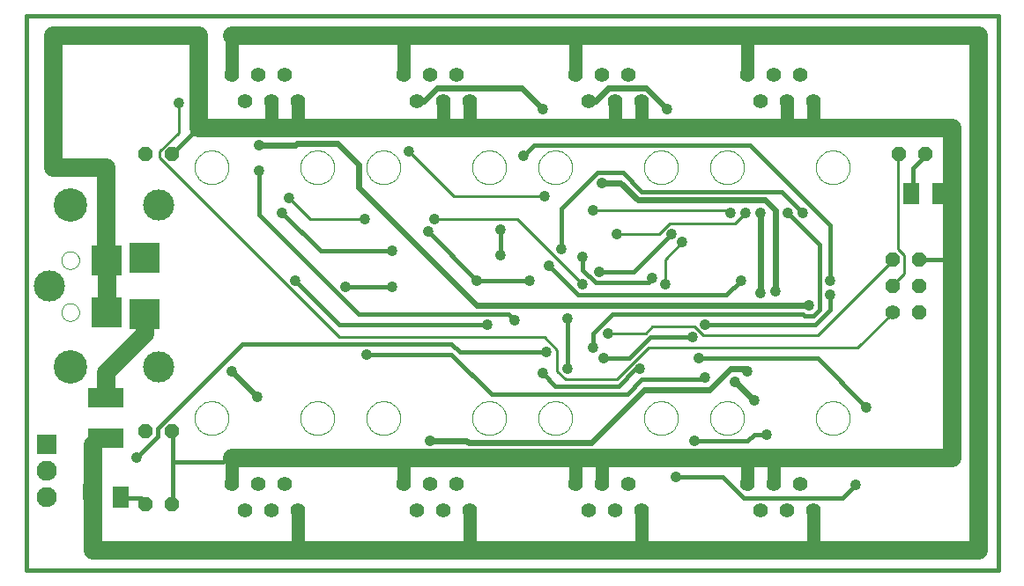
<source format=gtl>
G75*
G70*
%OFA0B0*%
%FSLAX24Y24*%
%IPPOS*%
%LPD*%
%AMOC8*
5,1,8,0,0,1.08239X$1,22.5*
%
%ADD10C,0.0160*%
%ADD11C,0.0560*%
%ADD12OC8,0.0560*%
%ADD13R,0.0760X0.0760*%
%ADD14C,0.0760*%
%ADD15C,0.0554*%
%ADD16C,0.0000*%
%ADD17C,0.1181*%
%ADD18C,0.1266*%
%ADD19R,0.1181X0.1181*%
%ADD20OC8,0.0520*%
%ADD21R,0.0630X0.0787*%
%ADD22R,0.1339X0.0748*%
%ADD23C,0.0700*%
%ADD24C,0.0500*%
%ADD25C,0.0180*%
%ADD26C,0.0408*%
%ADD27C,0.0100*%
%ADD28C,0.0240*%
D10*
X000550Y001235D02*
X037300Y001235D01*
X037300Y022235D01*
X000550Y022235D01*
X000550Y001235D01*
D11*
X033300Y010985D03*
D12*
X034300Y010985D03*
X034300Y011985D03*
X033300Y011985D03*
X033300Y012985D03*
X034300Y012985D03*
D13*
X001300Y005985D03*
D14*
X001300Y004985D03*
X001300Y003985D03*
D15*
X008300Y004485D03*
X009300Y004485D03*
X010300Y004485D03*
X009800Y003485D03*
X010800Y003485D03*
X008800Y003485D03*
X014800Y004485D03*
X015800Y004485D03*
X016800Y004485D03*
X016300Y003485D03*
X017300Y003485D03*
X015300Y003485D03*
X021300Y004485D03*
X022300Y004485D03*
X023300Y004485D03*
X022800Y003485D03*
X021800Y003485D03*
X023800Y003485D03*
X027800Y004485D03*
X028800Y004485D03*
X029800Y004485D03*
X029300Y003485D03*
X028300Y003485D03*
X030300Y003485D03*
X030300Y018985D03*
X029300Y018985D03*
X028300Y018985D03*
X027800Y019985D03*
X028800Y019985D03*
X029800Y019985D03*
X023800Y018985D03*
X022800Y018985D03*
X021800Y018985D03*
X021300Y019985D03*
X022300Y019985D03*
X023300Y019985D03*
X017300Y018985D03*
X016300Y018985D03*
X015300Y018985D03*
X014800Y019985D03*
X015800Y019985D03*
X016800Y019985D03*
X010800Y018985D03*
X009800Y018985D03*
X008800Y018985D03*
X008300Y019985D03*
X009300Y019985D03*
X010300Y019985D03*
D16*
X010910Y016485D02*
X010912Y016535D01*
X010918Y016585D01*
X010928Y016634D01*
X010941Y016683D01*
X010959Y016730D01*
X010980Y016776D01*
X011004Y016819D01*
X011032Y016861D01*
X011063Y016901D01*
X011097Y016938D01*
X011134Y016972D01*
X011174Y017003D01*
X011216Y017031D01*
X011259Y017055D01*
X011305Y017076D01*
X011352Y017094D01*
X011401Y017107D01*
X011450Y017117D01*
X011500Y017123D01*
X011550Y017125D01*
X011600Y017123D01*
X011650Y017117D01*
X011699Y017107D01*
X011748Y017094D01*
X011795Y017076D01*
X011841Y017055D01*
X011884Y017031D01*
X011926Y017003D01*
X011966Y016972D01*
X012003Y016938D01*
X012037Y016901D01*
X012068Y016861D01*
X012096Y016819D01*
X012120Y016776D01*
X012141Y016730D01*
X012159Y016683D01*
X012172Y016634D01*
X012182Y016585D01*
X012188Y016535D01*
X012190Y016485D01*
X012188Y016435D01*
X012182Y016385D01*
X012172Y016336D01*
X012159Y016287D01*
X012141Y016240D01*
X012120Y016194D01*
X012096Y016151D01*
X012068Y016109D01*
X012037Y016069D01*
X012003Y016032D01*
X011966Y015998D01*
X011926Y015967D01*
X011884Y015939D01*
X011841Y015915D01*
X011795Y015894D01*
X011748Y015876D01*
X011699Y015863D01*
X011650Y015853D01*
X011600Y015847D01*
X011550Y015845D01*
X011500Y015847D01*
X011450Y015853D01*
X011401Y015863D01*
X011352Y015876D01*
X011305Y015894D01*
X011259Y015915D01*
X011216Y015939D01*
X011174Y015967D01*
X011134Y015998D01*
X011097Y016032D01*
X011063Y016069D01*
X011032Y016109D01*
X011004Y016151D01*
X010980Y016194D01*
X010959Y016240D01*
X010941Y016287D01*
X010928Y016336D01*
X010918Y016385D01*
X010912Y016435D01*
X010910Y016485D01*
X006910Y016485D02*
X006912Y016535D01*
X006918Y016585D01*
X006928Y016634D01*
X006941Y016683D01*
X006959Y016730D01*
X006980Y016776D01*
X007004Y016819D01*
X007032Y016861D01*
X007063Y016901D01*
X007097Y016938D01*
X007134Y016972D01*
X007174Y017003D01*
X007216Y017031D01*
X007259Y017055D01*
X007305Y017076D01*
X007352Y017094D01*
X007401Y017107D01*
X007450Y017117D01*
X007500Y017123D01*
X007550Y017125D01*
X007600Y017123D01*
X007650Y017117D01*
X007699Y017107D01*
X007748Y017094D01*
X007795Y017076D01*
X007841Y017055D01*
X007884Y017031D01*
X007926Y017003D01*
X007966Y016972D01*
X008003Y016938D01*
X008037Y016901D01*
X008068Y016861D01*
X008096Y016819D01*
X008120Y016776D01*
X008141Y016730D01*
X008159Y016683D01*
X008172Y016634D01*
X008182Y016585D01*
X008188Y016535D01*
X008190Y016485D01*
X008188Y016435D01*
X008182Y016385D01*
X008172Y016336D01*
X008159Y016287D01*
X008141Y016240D01*
X008120Y016194D01*
X008096Y016151D01*
X008068Y016109D01*
X008037Y016069D01*
X008003Y016032D01*
X007966Y015998D01*
X007926Y015967D01*
X007884Y015939D01*
X007841Y015915D01*
X007795Y015894D01*
X007748Y015876D01*
X007699Y015863D01*
X007650Y015853D01*
X007600Y015847D01*
X007550Y015845D01*
X007500Y015847D01*
X007450Y015853D01*
X007401Y015863D01*
X007352Y015876D01*
X007305Y015894D01*
X007259Y015915D01*
X007216Y015939D01*
X007174Y015967D01*
X007134Y015998D01*
X007097Y016032D01*
X007063Y016069D01*
X007032Y016109D01*
X007004Y016151D01*
X006980Y016194D01*
X006959Y016240D01*
X006941Y016287D01*
X006928Y016336D01*
X006918Y016385D01*
X006912Y016435D01*
X006910Y016485D01*
X001869Y012969D02*
X001871Y013005D01*
X001877Y013041D01*
X001887Y013076D01*
X001900Y013110D01*
X001917Y013142D01*
X001937Y013172D01*
X001961Y013199D01*
X001987Y013224D01*
X002016Y013246D01*
X002047Y013265D01*
X002080Y013280D01*
X002114Y013292D01*
X002150Y013300D01*
X002186Y013304D01*
X002222Y013304D01*
X002258Y013300D01*
X002294Y013292D01*
X002328Y013280D01*
X002361Y013265D01*
X002392Y013246D01*
X002421Y013224D01*
X002447Y013199D01*
X002471Y013172D01*
X002491Y013142D01*
X002508Y013110D01*
X002521Y013076D01*
X002531Y013041D01*
X002537Y013005D01*
X002539Y012969D01*
X002537Y012933D01*
X002531Y012897D01*
X002521Y012862D01*
X002508Y012828D01*
X002491Y012796D01*
X002471Y012766D01*
X002447Y012739D01*
X002421Y012714D01*
X002392Y012692D01*
X002361Y012673D01*
X002328Y012658D01*
X002294Y012646D01*
X002258Y012638D01*
X002222Y012634D01*
X002186Y012634D01*
X002150Y012638D01*
X002114Y012646D01*
X002080Y012658D01*
X002047Y012673D01*
X002016Y012692D01*
X001987Y012714D01*
X001961Y012739D01*
X001937Y012766D01*
X001917Y012796D01*
X001900Y012828D01*
X001887Y012862D01*
X001877Y012897D01*
X001871Y012933D01*
X001869Y012969D01*
X001869Y011001D02*
X001871Y011037D01*
X001877Y011073D01*
X001887Y011108D01*
X001900Y011142D01*
X001917Y011174D01*
X001937Y011204D01*
X001961Y011231D01*
X001987Y011256D01*
X002016Y011278D01*
X002047Y011297D01*
X002080Y011312D01*
X002114Y011324D01*
X002150Y011332D01*
X002186Y011336D01*
X002222Y011336D01*
X002258Y011332D01*
X002294Y011324D01*
X002328Y011312D01*
X002361Y011297D01*
X002392Y011278D01*
X002421Y011256D01*
X002447Y011231D01*
X002471Y011204D01*
X002491Y011174D01*
X002508Y011142D01*
X002521Y011108D01*
X002531Y011073D01*
X002537Y011037D01*
X002539Y011001D01*
X002537Y010965D01*
X002531Y010929D01*
X002521Y010894D01*
X002508Y010860D01*
X002491Y010828D01*
X002471Y010798D01*
X002447Y010771D01*
X002421Y010746D01*
X002392Y010724D01*
X002361Y010705D01*
X002328Y010690D01*
X002294Y010678D01*
X002258Y010670D01*
X002222Y010666D01*
X002186Y010666D01*
X002150Y010670D01*
X002114Y010678D01*
X002080Y010690D01*
X002047Y010705D01*
X002016Y010724D01*
X001987Y010746D01*
X001961Y010771D01*
X001937Y010798D01*
X001917Y010828D01*
X001900Y010860D01*
X001887Y010894D01*
X001877Y010929D01*
X001871Y010965D01*
X001869Y011001D01*
X006910Y006985D02*
X006912Y007035D01*
X006918Y007085D01*
X006928Y007134D01*
X006941Y007183D01*
X006959Y007230D01*
X006980Y007276D01*
X007004Y007319D01*
X007032Y007361D01*
X007063Y007401D01*
X007097Y007438D01*
X007134Y007472D01*
X007174Y007503D01*
X007216Y007531D01*
X007259Y007555D01*
X007305Y007576D01*
X007352Y007594D01*
X007401Y007607D01*
X007450Y007617D01*
X007500Y007623D01*
X007550Y007625D01*
X007600Y007623D01*
X007650Y007617D01*
X007699Y007607D01*
X007748Y007594D01*
X007795Y007576D01*
X007841Y007555D01*
X007884Y007531D01*
X007926Y007503D01*
X007966Y007472D01*
X008003Y007438D01*
X008037Y007401D01*
X008068Y007361D01*
X008096Y007319D01*
X008120Y007276D01*
X008141Y007230D01*
X008159Y007183D01*
X008172Y007134D01*
X008182Y007085D01*
X008188Y007035D01*
X008190Y006985D01*
X008188Y006935D01*
X008182Y006885D01*
X008172Y006836D01*
X008159Y006787D01*
X008141Y006740D01*
X008120Y006694D01*
X008096Y006651D01*
X008068Y006609D01*
X008037Y006569D01*
X008003Y006532D01*
X007966Y006498D01*
X007926Y006467D01*
X007884Y006439D01*
X007841Y006415D01*
X007795Y006394D01*
X007748Y006376D01*
X007699Y006363D01*
X007650Y006353D01*
X007600Y006347D01*
X007550Y006345D01*
X007500Y006347D01*
X007450Y006353D01*
X007401Y006363D01*
X007352Y006376D01*
X007305Y006394D01*
X007259Y006415D01*
X007216Y006439D01*
X007174Y006467D01*
X007134Y006498D01*
X007097Y006532D01*
X007063Y006569D01*
X007032Y006609D01*
X007004Y006651D01*
X006980Y006694D01*
X006959Y006740D01*
X006941Y006787D01*
X006928Y006836D01*
X006918Y006885D01*
X006912Y006935D01*
X006910Y006985D01*
X010910Y006985D02*
X010912Y007035D01*
X010918Y007085D01*
X010928Y007134D01*
X010941Y007183D01*
X010959Y007230D01*
X010980Y007276D01*
X011004Y007319D01*
X011032Y007361D01*
X011063Y007401D01*
X011097Y007438D01*
X011134Y007472D01*
X011174Y007503D01*
X011216Y007531D01*
X011259Y007555D01*
X011305Y007576D01*
X011352Y007594D01*
X011401Y007607D01*
X011450Y007617D01*
X011500Y007623D01*
X011550Y007625D01*
X011600Y007623D01*
X011650Y007617D01*
X011699Y007607D01*
X011748Y007594D01*
X011795Y007576D01*
X011841Y007555D01*
X011884Y007531D01*
X011926Y007503D01*
X011966Y007472D01*
X012003Y007438D01*
X012037Y007401D01*
X012068Y007361D01*
X012096Y007319D01*
X012120Y007276D01*
X012141Y007230D01*
X012159Y007183D01*
X012172Y007134D01*
X012182Y007085D01*
X012188Y007035D01*
X012190Y006985D01*
X012188Y006935D01*
X012182Y006885D01*
X012172Y006836D01*
X012159Y006787D01*
X012141Y006740D01*
X012120Y006694D01*
X012096Y006651D01*
X012068Y006609D01*
X012037Y006569D01*
X012003Y006532D01*
X011966Y006498D01*
X011926Y006467D01*
X011884Y006439D01*
X011841Y006415D01*
X011795Y006394D01*
X011748Y006376D01*
X011699Y006363D01*
X011650Y006353D01*
X011600Y006347D01*
X011550Y006345D01*
X011500Y006347D01*
X011450Y006353D01*
X011401Y006363D01*
X011352Y006376D01*
X011305Y006394D01*
X011259Y006415D01*
X011216Y006439D01*
X011174Y006467D01*
X011134Y006498D01*
X011097Y006532D01*
X011063Y006569D01*
X011032Y006609D01*
X011004Y006651D01*
X010980Y006694D01*
X010959Y006740D01*
X010941Y006787D01*
X010928Y006836D01*
X010918Y006885D01*
X010912Y006935D01*
X010910Y006985D01*
X013410Y006985D02*
X013412Y007035D01*
X013418Y007085D01*
X013428Y007134D01*
X013441Y007183D01*
X013459Y007230D01*
X013480Y007276D01*
X013504Y007319D01*
X013532Y007361D01*
X013563Y007401D01*
X013597Y007438D01*
X013634Y007472D01*
X013674Y007503D01*
X013716Y007531D01*
X013759Y007555D01*
X013805Y007576D01*
X013852Y007594D01*
X013901Y007607D01*
X013950Y007617D01*
X014000Y007623D01*
X014050Y007625D01*
X014100Y007623D01*
X014150Y007617D01*
X014199Y007607D01*
X014248Y007594D01*
X014295Y007576D01*
X014341Y007555D01*
X014384Y007531D01*
X014426Y007503D01*
X014466Y007472D01*
X014503Y007438D01*
X014537Y007401D01*
X014568Y007361D01*
X014596Y007319D01*
X014620Y007276D01*
X014641Y007230D01*
X014659Y007183D01*
X014672Y007134D01*
X014682Y007085D01*
X014688Y007035D01*
X014690Y006985D01*
X014688Y006935D01*
X014682Y006885D01*
X014672Y006836D01*
X014659Y006787D01*
X014641Y006740D01*
X014620Y006694D01*
X014596Y006651D01*
X014568Y006609D01*
X014537Y006569D01*
X014503Y006532D01*
X014466Y006498D01*
X014426Y006467D01*
X014384Y006439D01*
X014341Y006415D01*
X014295Y006394D01*
X014248Y006376D01*
X014199Y006363D01*
X014150Y006353D01*
X014100Y006347D01*
X014050Y006345D01*
X014000Y006347D01*
X013950Y006353D01*
X013901Y006363D01*
X013852Y006376D01*
X013805Y006394D01*
X013759Y006415D01*
X013716Y006439D01*
X013674Y006467D01*
X013634Y006498D01*
X013597Y006532D01*
X013563Y006569D01*
X013532Y006609D01*
X013504Y006651D01*
X013480Y006694D01*
X013459Y006740D01*
X013441Y006787D01*
X013428Y006836D01*
X013418Y006885D01*
X013412Y006935D01*
X013410Y006985D01*
X017410Y006985D02*
X017412Y007035D01*
X017418Y007085D01*
X017428Y007134D01*
X017441Y007183D01*
X017459Y007230D01*
X017480Y007276D01*
X017504Y007319D01*
X017532Y007361D01*
X017563Y007401D01*
X017597Y007438D01*
X017634Y007472D01*
X017674Y007503D01*
X017716Y007531D01*
X017759Y007555D01*
X017805Y007576D01*
X017852Y007594D01*
X017901Y007607D01*
X017950Y007617D01*
X018000Y007623D01*
X018050Y007625D01*
X018100Y007623D01*
X018150Y007617D01*
X018199Y007607D01*
X018248Y007594D01*
X018295Y007576D01*
X018341Y007555D01*
X018384Y007531D01*
X018426Y007503D01*
X018466Y007472D01*
X018503Y007438D01*
X018537Y007401D01*
X018568Y007361D01*
X018596Y007319D01*
X018620Y007276D01*
X018641Y007230D01*
X018659Y007183D01*
X018672Y007134D01*
X018682Y007085D01*
X018688Y007035D01*
X018690Y006985D01*
X018688Y006935D01*
X018682Y006885D01*
X018672Y006836D01*
X018659Y006787D01*
X018641Y006740D01*
X018620Y006694D01*
X018596Y006651D01*
X018568Y006609D01*
X018537Y006569D01*
X018503Y006532D01*
X018466Y006498D01*
X018426Y006467D01*
X018384Y006439D01*
X018341Y006415D01*
X018295Y006394D01*
X018248Y006376D01*
X018199Y006363D01*
X018150Y006353D01*
X018100Y006347D01*
X018050Y006345D01*
X018000Y006347D01*
X017950Y006353D01*
X017901Y006363D01*
X017852Y006376D01*
X017805Y006394D01*
X017759Y006415D01*
X017716Y006439D01*
X017674Y006467D01*
X017634Y006498D01*
X017597Y006532D01*
X017563Y006569D01*
X017532Y006609D01*
X017504Y006651D01*
X017480Y006694D01*
X017459Y006740D01*
X017441Y006787D01*
X017428Y006836D01*
X017418Y006885D01*
X017412Y006935D01*
X017410Y006985D01*
X019910Y006985D02*
X019912Y007035D01*
X019918Y007085D01*
X019928Y007134D01*
X019941Y007183D01*
X019959Y007230D01*
X019980Y007276D01*
X020004Y007319D01*
X020032Y007361D01*
X020063Y007401D01*
X020097Y007438D01*
X020134Y007472D01*
X020174Y007503D01*
X020216Y007531D01*
X020259Y007555D01*
X020305Y007576D01*
X020352Y007594D01*
X020401Y007607D01*
X020450Y007617D01*
X020500Y007623D01*
X020550Y007625D01*
X020600Y007623D01*
X020650Y007617D01*
X020699Y007607D01*
X020748Y007594D01*
X020795Y007576D01*
X020841Y007555D01*
X020884Y007531D01*
X020926Y007503D01*
X020966Y007472D01*
X021003Y007438D01*
X021037Y007401D01*
X021068Y007361D01*
X021096Y007319D01*
X021120Y007276D01*
X021141Y007230D01*
X021159Y007183D01*
X021172Y007134D01*
X021182Y007085D01*
X021188Y007035D01*
X021190Y006985D01*
X021188Y006935D01*
X021182Y006885D01*
X021172Y006836D01*
X021159Y006787D01*
X021141Y006740D01*
X021120Y006694D01*
X021096Y006651D01*
X021068Y006609D01*
X021037Y006569D01*
X021003Y006532D01*
X020966Y006498D01*
X020926Y006467D01*
X020884Y006439D01*
X020841Y006415D01*
X020795Y006394D01*
X020748Y006376D01*
X020699Y006363D01*
X020650Y006353D01*
X020600Y006347D01*
X020550Y006345D01*
X020500Y006347D01*
X020450Y006353D01*
X020401Y006363D01*
X020352Y006376D01*
X020305Y006394D01*
X020259Y006415D01*
X020216Y006439D01*
X020174Y006467D01*
X020134Y006498D01*
X020097Y006532D01*
X020063Y006569D01*
X020032Y006609D01*
X020004Y006651D01*
X019980Y006694D01*
X019959Y006740D01*
X019941Y006787D01*
X019928Y006836D01*
X019918Y006885D01*
X019912Y006935D01*
X019910Y006985D01*
X023910Y006985D02*
X023912Y007035D01*
X023918Y007085D01*
X023928Y007134D01*
X023941Y007183D01*
X023959Y007230D01*
X023980Y007276D01*
X024004Y007319D01*
X024032Y007361D01*
X024063Y007401D01*
X024097Y007438D01*
X024134Y007472D01*
X024174Y007503D01*
X024216Y007531D01*
X024259Y007555D01*
X024305Y007576D01*
X024352Y007594D01*
X024401Y007607D01*
X024450Y007617D01*
X024500Y007623D01*
X024550Y007625D01*
X024600Y007623D01*
X024650Y007617D01*
X024699Y007607D01*
X024748Y007594D01*
X024795Y007576D01*
X024841Y007555D01*
X024884Y007531D01*
X024926Y007503D01*
X024966Y007472D01*
X025003Y007438D01*
X025037Y007401D01*
X025068Y007361D01*
X025096Y007319D01*
X025120Y007276D01*
X025141Y007230D01*
X025159Y007183D01*
X025172Y007134D01*
X025182Y007085D01*
X025188Y007035D01*
X025190Y006985D01*
X025188Y006935D01*
X025182Y006885D01*
X025172Y006836D01*
X025159Y006787D01*
X025141Y006740D01*
X025120Y006694D01*
X025096Y006651D01*
X025068Y006609D01*
X025037Y006569D01*
X025003Y006532D01*
X024966Y006498D01*
X024926Y006467D01*
X024884Y006439D01*
X024841Y006415D01*
X024795Y006394D01*
X024748Y006376D01*
X024699Y006363D01*
X024650Y006353D01*
X024600Y006347D01*
X024550Y006345D01*
X024500Y006347D01*
X024450Y006353D01*
X024401Y006363D01*
X024352Y006376D01*
X024305Y006394D01*
X024259Y006415D01*
X024216Y006439D01*
X024174Y006467D01*
X024134Y006498D01*
X024097Y006532D01*
X024063Y006569D01*
X024032Y006609D01*
X024004Y006651D01*
X023980Y006694D01*
X023959Y006740D01*
X023941Y006787D01*
X023928Y006836D01*
X023918Y006885D01*
X023912Y006935D01*
X023910Y006985D01*
X026410Y006985D02*
X026412Y007035D01*
X026418Y007085D01*
X026428Y007134D01*
X026441Y007183D01*
X026459Y007230D01*
X026480Y007276D01*
X026504Y007319D01*
X026532Y007361D01*
X026563Y007401D01*
X026597Y007438D01*
X026634Y007472D01*
X026674Y007503D01*
X026716Y007531D01*
X026759Y007555D01*
X026805Y007576D01*
X026852Y007594D01*
X026901Y007607D01*
X026950Y007617D01*
X027000Y007623D01*
X027050Y007625D01*
X027100Y007623D01*
X027150Y007617D01*
X027199Y007607D01*
X027248Y007594D01*
X027295Y007576D01*
X027341Y007555D01*
X027384Y007531D01*
X027426Y007503D01*
X027466Y007472D01*
X027503Y007438D01*
X027537Y007401D01*
X027568Y007361D01*
X027596Y007319D01*
X027620Y007276D01*
X027641Y007230D01*
X027659Y007183D01*
X027672Y007134D01*
X027682Y007085D01*
X027688Y007035D01*
X027690Y006985D01*
X027688Y006935D01*
X027682Y006885D01*
X027672Y006836D01*
X027659Y006787D01*
X027641Y006740D01*
X027620Y006694D01*
X027596Y006651D01*
X027568Y006609D01*
X027537Y006569D01*
X027503Y006532D01*
X027466Y006498D01*
X027426Y006467D01*
X027384Y006439D01*
X027341Y006415D01*
X027295Y006394D01*
X027248Y006376D01*
X027199Y006363D01*
X027150Y006353D01*
X027100Y006347D01*
X027050Y006345D01*
X027000Y006347D01*
X026950Y006353D01*
X026901Y006363D01*
X026852Y006376D01*
X026805Y006394D01*
X026759Y006415D01*
X026716Y006439D01*
X026674Y006467D01*
X026634Y006498D01*
X026597Y006532D01*
X026563Y006569D01*
X026532Y006609D01*
X026504Y006651D01*
X026480Y006694D01*
X026459Y006740D01*
X026441Y006787D01*
X026428Y006836D01*
X026418Y006885D01*
X026412Y006935D01*
X026410Y006985D01*
X030410Y006985D02*
X030412Y007035D01*
X030418Y007085D01*
X030428Y007134D01*
X030441Y007183D01*
X030459Y007230D01*
X030480Y007276D01*
X030504Y007319D01*
X030532Y007361D01*
X030563Y007401D01*
X030597Y007438D01*
X030634Y007472D01*
X030674Y007503D01*
X030716Y007531D01*
X030759Y007555D01*
X030805Y007576D01*
X030852Y007594D01*
X030901Y007607D01*
X030950Y007617D01*
X031000Y007623D01*
X031050Y007625D01*
X031100Y007623D01*
X031150Y007617D01*
X031199Y007607D01*
X031248Y007594D01*
X031295Y007576D01*
X031341Y007555D01*
X031384Y007531D01*
X031426Y007503D01*
X031466Y007472D01*
X031503Y007438D01*
X031537Y007401D01*
X031568Y007361D01*
X031596Y007319D01*
X031620Y007276D01*
X031641Y007230D01*
X031659Y007183D01*
X031672Y007134D01*
X031682Y007085D01*
X031688Y007035D01*
X031690Y006985D01*
X031688Y006935D01*
X031682Y006885D01*
X031672Y006836D01*
X031659Y006787D01*
X031641Y006740D01*
X031620Y006694D01*
X031596Y006651D01*
X031568Y006609D01*
X031537Y006569D01*
X031503Y006532D01*
X031466Y006498D01*
X031426Y006467D01*
X031384Y006439D01*
X031341Y006415D01*
X031295Y006394D01*
X031248Y006376D01*
X031199Y006363D01*
X031150Y006353D01*
X031100Y006347D01*
X031050Y006345D01*
X031000Y006347D01*
X030950Y006353D01*
X030901Y006363D01*
X030852Y006376D01*
X030805Y006394D01*
X030759Y006415D01*
X030716Y006439D01*
X030674Y006467D01*
X030634Y006498D01*
X030597Y006532D01*
X030563Y006569D01*
X030532Y006609D01*
X030504Y006651D01*
X030480Y006694D01*
X030459Y006740D01*
X030441Y006787D01*
X030428Y006836D01*
X030418Y006885D01*
X030412Y006935D01*
X030410Y006985D01*
X030410Y016485D02*
X030412Y016535D01*
X030418Y016585D01*
X030428Y016634D01*
X030441Y016683D01*
X030459Y016730D01*
X030480Y016776D01*
X030504Y016819D01*
X030532Y016861D01*
X030563Y016901D01*
X030597Y016938D01*
X030634Y016972D01*
X030674Y017003D01*
X030716Y017031D01*
X030759Y017055D01*
X030805Y017076D01*
X030852Y017094D01*
X030901Y017107D01*
X030950Y017117D01*
X031000Y017123D01*
X031050Y017125D01*
X031100Y017123D01*
X031150Y017117D01*
X031199Y017107D01*
X031248Y017094D01*
X031295Y017076D01*
X031341Y017055D01*
X031384Y017031D01*
X031426Y017003D01*
X031466Y016972D01*
X031503Y016938D01*
X031537Y016901D01*
X031568Y016861D01*
X031596Y016819D01*
X031620Y016776D01*
X031641Y016730D01*
X031659Y016683D01*
X031672Y016634D01*
X031682Y016585D01*
X031688Y016535D01*
X031690Y016485D01*
X031688Y016435D01*
X031682Y016385D01*
X031672Y016336D01*
X031659Y016287D01*
X031641Y016240D01*
X031620Y016194D01*
X031596Y016151D01*
X031568Y016109D01*
X031537Y016069D01*
X031503Y016032D01*
X031466Y015998D01*
X031426Y015967D01*
X031384Y015939D01*
X031341Y015915D01*
X031295Y015894D01*
X031248Y015876D01*
X031199Y015863D01*
X031150Y015853D01*
X031100Y015847D01*
X031050Y015845D01*
X031000Y015847D01*
X030950Y015853D01*
X030901Y015863D01*
X030852Y015876D01*
X030805Y015894D01*
X030759Y015915D01*
X030716Y015939D01*
X030674Y015967D01*
X030634Y015998D01*
X030597Y016032D01*
X030563Y016069D01*
X030532Y016109D01*
X030504Y016151D01*
X030480Y016194D01*
X030459Y016240D01*
X030441Y016287D01*
X030428Y016336D01*
X030418Y016385D01*
X030412Y016435D01*
X030410Y016485D01*
X026410Y016485D02*
X026412Y016535D01*
X026418Y016585D01*
X026428Y016634D01*
X026441Y016683D01*
X026459Y016730D01*
X026480Y016776D01*
X026504Y016819D01*
X026532Y016861D01*
X026563Y016901D01*
X026597Y016938D01*
X026634Y016972D01*
X026674Y017003D01*
X026716Y017031D01*
X026759Y017055D01*
X026805Y017076D01*
X026852Y017094D01*
X026901Y017107D01*
X026950Y017117D01*
X027000Y017123D01*
X027050Y017125D01*
X027100Y017123D01*
X027150Y017117D01*
X027199Y017107D01*
X027248Y017094D01*
X027295Y017076D01*
X027341Y017055D01*
X027384Y017031D01*
X027426Y017003D01*
X027466Y016972D01*
X027503Y016938D01*
X027537Y016901D01*
X027568Y016861D01*
X027596Y016819D01*
X027620Y016776D01*
X027641Y016730D01*
X027659Y016683D01*
X027672Y016634D01*
X027682Y016585D01*
X027688Y016535D01*
X027690Y016485D01*
X027688Y016435D01*
X027682Y016385D01*
X027672Y016336D01*
X027659Y016287D01*
X027641Y016240D01*
X027620Y016194D01*
X027596Y016151D01*
X027568Y016109D01*
X027537Y016069D01*
X027503Y016032D01*
X027466Y015998D01*
X027426Y015967D01*
X027384Y015939D01*
X027341Y015915D01*
X027295Y015894D01*
X027248Y015876D01*
X027199Y015863D01*
X027150Y015853D01*
X027100Y015847D01*
X027050Y015845D01*
X027000Y015847D01*
X026950Y015853D01*
X026901Y015863D01*
X026852Y015876D01*
X026805Y015894D01*
X026759Y015915D01*
X026716Y015939D01*
X026674Y015967D01*
X026634Y015998D01*
X026597Y016032D01*
X026563Y016069D01*
X026532Y016109D01*
X026504Y016151D01*
X026480Y016194D01*
X026459Y016240D01*
X026441Y016287D01*
X026428Y016336D01*
X026418Y016385D01*
X026412Y016435D01*
X026410Y016485D01*
X023910Y016485D02*
X023912Y016535D01*
X023918Y016585D01*
X023928Y016634D01*
X023941Y016683D01*
X023959Y016730D01*
X023980Y016776D01*
X024004Y016819D01*
X024032Y016861D01*
X024063Y016901D01*
X024097Y016938D01*
X024134Y016972D01*
X024174Y017003D01*
X024216Y017031D01*
X024259Y017055D01*
X024305Y017076D01*
X024352Y017094D01*
X024401Y017107D01*
X024450Y017117D01*
X024500Y017123D01*
X024550Y017125D01*
X024600Y017123D01*
X024650Y017117D01*
X024699Y017107D01*
X024748Y017094D01*
X024795Y017076D01*
X024841Y017055D01*
X024884Y017031D01*
X024926Y017003D01*
X024966Y016972D01*
X025003Y016938D01*
X025037Y016901D01*
X025068Y016861D01*
X025096Y016819D01*
X025120Y016776D01*
X025141Y016730D01*
X025159Y016683D01*
X025172Y016634D01*
X025182Y016585D01*
X025188Y016535D01*
X025190Y016485D01*
X025188Y016435D01*
X025182Y016385D01*
X025172Y016336D01*
X025159Y016287D01*
X025141Y016240D01*
X025120Y016194D01*
X025096Y016151D01*
X025068Y016109D01*
X025037Y016069D01*
X025003Y016032D01*
X024966Y015998D01*
X024926Y015967D01*
X024884Y015939D01*
X024841Y015915D01*
X024795Y015894D01*
X024748Y015876D01*
X024699Y015863D01*
X024650Y015853D01*
X024600Y015847D01*
X024550Y015845D01*
X024500Y015847D01*
X024450Y015853D01*
X024401Y015863D01*
X024352Y015876D01*
X024305Y015894D01*
X024259Y015915D01*
X024216Y015939D01*
X024174Y015967D01*
X024134Y015998D01*
X024097Y016032D01*
X024063Y016069D01*
X024032Y016109D01*
X024004Y016151D01*
X023980Y016194D01*
X023959Y016240D01*
X023941Y016287D01*
X023928Y016336D01*
X023918Y016385D01*
X023912Y016435D01*
X023910Y016485D01*
X019910Y016485D02*
X019912Y016535D01*
X019918Y016585D01*
X019928Y016634D01*
X019941Y016683D01*
X019959Y016730D01*
X019980Y016776D01*
X020004Y016819D01*
X020032Y016861D01*
X020063Y016901D01*
X020097Y016938D01*
X020134Y016972D01*
X020174Y017003D01*
X020216Y017031D01*
X020259Y017055D01*
X020305Y017076D01*
X020352Y017094D01*
X020401Y017107D01*
X020450Y017117D01*
X020500Y017123D01*
X020550Y017125D01*
X020600Y017123D01*
X020650Y017117D01*
X020699Y017107D01*
X020748Y017094D01*
X020795Y017076D01*
X020841Y017055D01*
X020884Y017031D01*
X020926Y017003D01*
X020966Y016972D01*
X021003Y016938D01*
X021037Y016901D01*
X021068Y016861D01*
X021096Y016819D01*
X021120Y016776D01*
X021141Y016730D01*
X021159Y016683D01*
X021172Y016634D01*
X021182Y016585D01*
X021188Y016535D01*
X021190Y016485D01*
X021188Y016435D01*
X021182Y016385D01*
X021172Y016336D01*
X021159Y016287D01*
X021141Y016240D01*
X021120Y016194D01*
X021096Y016151D01*
X021068Y016109D01*
X021037Y016069D01*
X021003Y016032D01*
X020966Y015998D01*
X020926Y015967D01*
X020884Y015939D01*
X020841Y015915D01*
X020795Y015894D01*
X020748Y015876D01*
X020699Y015863D01*
X020650Y015853D01*
X020600Y015847D01*
X020550Y015845D01*
X020500Y015847D01*
X020450Y015853D01*
X020401Y015863D01*
X020352Y015876D01*
X020305Y015894D01*
X020259Y015915D01*
X020216Y015939D01*
X020174Y015967D01*
X020134Y015998D01*
X020097Y016032D01*
X020063Y016069D01*
X020032Y016109D01*
X020004Y016151D01*
X019980Y016194D01*
X019959Y016240D01*
X019941Y016287D01*
X019928Y016336D01*
X019918Y016385D01*
X019912Y016435D01*
X019910Y016485D01*
X017410Y016485D02*
X017412Y016535D01*
X017418Y016585D01*
X017428Y016634D01*
X017441Y016683D01*
X017459Y016730D01*
X017480Y016776D01*
X017504Y016819D01*
X017532Y016861D01*
X017563Y016901D01*
X017597Y016938D01*
X017634Y016972D01*
X017674Y017003D01*
X017716Y017031D01*
X017759Y017055D01*
X017805Y017076D01*
X017852Y017094D01*
X017901Y017107D01*
X017950Y017117D01*
X018000Y017123D01*
X018050Y017125D01*
X018100Y017123D01*
X018150Y017117D01*
X018199Y017107D01*
X018248Y017094D01*
X018295Y017076D01*
X018341Y017055D01*
X018384Y017031D01*
X018426Y017003D01*
X018466Y016972D01*
X018503Y016938D01*
X018537Y016901D01*
X018568Y016861D01*
X018596Y016819D01*
X018620Y016776D01*
X018641Y016730D01*
X018659Y016683D01*
X018672Y016634D01*
X018682Y016585D01*
X018688Y016535D01*
X018690Y016485D01*
X018688Y016435D01*
X018682Y016385D01*
X018672Y016336D01*
X018659Y016287D01*
X018641Y016240D01*
X018620Y016194D01*
X018596Y016151D01*
X018568Y016109D01*
X018537Y016069D01*
X018503Y016032D01*
X018466Y015998D01*
X018426Y015967D01*
X018384Y015939D01*
X018341Y015915D01*
X018295Y015894D01*
X018248Y015876D01*
X018199Y015863D01*
X018150Y015853D01*
X018100Y015847D01*
X018050Y015845D01*
X018000Y015847D01*
X017950Y015853D01*
X017901Y015863D01*
X017852Y015876D01*
X017805Y015894D01*
X017759Y015915D01*
X017716Y015939D01*
X017674Y015967D01*
X017634Y015998D01*
X017597Y016032D01*
X017563Y016069D01*
X017532Y016109D01*
X017504Y016151D01*
X017480Y016194D01*
X017459Y016240D01*
X017441Y016287D01*
X017428Y016336D01*
X017418Y016385D01*
X017412Y016435D01*
X017410Y016485D01*
X013410Y016485D02*
X013412Y016535D01*
X013418Y016585D01*
X013428Y016634D01*
X013441Y016683D01*
X013459Y016730D01*
X013480Y016776D01*
X013504Y016819D01*
X013532Y016861D01*
X013563Y016901D01*
X013597Y016938D01*
X013634Y016972D01*
X013674Y017003D01*
X013716Y017031D01*
X013759Y017055D01*
X013805Y017076D01*
X013852Y017094D01*
X013901Y017107D01*
X013950Y017117D01*
X014000Y017123D01*
X014050Y017125D01*
X014100Y017123D01*
X014150Y017117D01*
X014199Y017107D01*
X014248Y017094D01*
X014295Y017076D01*
X014341Y017055D01*
X014384Y017031D01*
X014426Y017003D01*
X014466Y016972D01*
X014503Y016938D01*
X014537Y016901D01*
X014568Y016861D01*
X014596Y016819D01*
X014620Y016776D01*
X014641Y016730D01*
X014659Y016683D01*
X014672Y016634D01*
X014682Y016585D01*
X014688Y016535D01*
X014690Y016485D01*
X014688Y016435D01*
X014682Y016385D01*
X014672Y016336D01*
X014659Y016287D01*
X014641Y016240D01*
X014620Y016194D01*
X014596Y016151D01*
X014568Y016109D01*
X014537Y016069D01*
X014503Y016032D01*
X014466Y015998D01*
X014426Y015967D01*
X014384Y015939D01*
X014341Y015915D01*
X014295Y015894D01*
X014248Y015876D01*
X014199Y015863D01*
X014150Y015853D01*
X014100Y015847D01*
X014050Y015845D01*
X014000Y015847D01*
X013950Y015853D01*
X013901Y015863D01*
X013852Y015876D01*
X013805Y015894D01*
X013759Y015915D01*
X013716Y015939D01*
X013674Y015967D01*
X013634Y015998D01*
X013597Y016032D01*
X013563Y016069D01*
X013532Y016109D01*
X013504Y016151D01*
X013480Y016194D01*
X013459Y016240D01*
X013441Y016287D01*
X013428Y016336D01*
X013418Y016385D01*
X013412Y016435D01*
X013410Y016485D01*
D17*
X005550Y015056D03*
X001416Y011985D03*
X005550Y008914D03*
D18*
X002204Y008914D03*
X002204Y015056D03*
D19*
X005019Y013048D03*
X003581Y012969D03*
X003581Y011001D03*
X005019Y010922D03*
D20*
X005050Y006485D03*
X006050Y006485D03*
X006050Y003735D03*
X005050Y003735D03*
X005050Y016985D03*
X006050Y016985D03*
X033550Y016985D03*
X034550Y016985D03*
D21*
X033999Y015485D03*
X035101Y015485D03*
X004101Y003985D03*
X002999Y003985D03*
D22*
X003550Y006217D03*
X003550Y007753D03*
D23*
X003550Y008735D01*
X005019Y010204D01*
X005019Y010922D01*
X003581Y011001D02*
X003581Y012969D01*
X003550Y012969D02*
X003550Y016485D01*
X001550Y016485D01*
X001550Y021485D01*
X007050Y021485D01*
X007050Y017985D01*
X009800Y017985D01*
X010800Y017985D01*
X016300Y017985D01*
X017300Y017985D01*
X022800Y017985D01*
X023800Y017985D01*
X029300Y017985D01*
X030300Y017985D01*
X035550Y017985D01*
X035550Y015485D01*
X035550Y013005D01*
X035550Y005485D01*
X028800Y005485D01*
X027800Y005485D01*
X022300Y005485D01*
X021300Y005485D01*
X014800Y005485D01*
X008300Y005485D01*
X003550Y006217D02*
X003282Y006217D01*
X003050Y005985D01*
X003050Y005036D01*
X002999Y003985D01*
X003050Y004934D01*
X003050Y001985D01*
X010800Y001985D01*
X017300Y001985D01*
X023800Y001985D01*
X030300Y001985D01*
X036550Y001985D01*
X036550Y021485D01*
X027800Y021485D01*
X021300Y021485D01*
X014800Y021485D01*
X008300Y021485D01*
D24*
X008300Y019985D01*
X009800Y018985D02*
X009800Y017985D01*
X010800Y017985D02*
X010800Y018985D01*
X014800Y019985D02*
X014800Y021485D01*
X016300Y018985D02*
X016300Y017985D01*
X017300Y017985D02*
X017300Y018985D01*
X021300Y019985D02*
X021300Y021485D01*
X022790Y018925D02*
X022800Y018925D01*
X022800Y017985D01*
X023800Y017985D02*
X023800Y018985D01*
X027800Y019985D02*
X027800Y021485D01*
X029300Y018985D02*
X029300Y017985D01*
X030300Y017985D02*
X030300Y018985D01*
X028800Y005485D02*
X028800Y004525D01*
X028790Y004525D01*
X027800Y004485D02*
X027800Y005485D01*
X030300Y003485D02*
X030300Y001985D01*
X023800Y001985D02*
X023800Y003485D01*
X022300Y004485D02*
X022300Y005485D01*
X021300Y005485D02*
X021300Y004485D01*
X017300Y003485D02*
X017300Y001985D01*
X014800Y004485D02*
X014800Y005485D01*
X010800Y003485D02*
X010800Y001985D01*
X008300Y004485D02*
X008300Y005485D01*
X003581Y012969D02*
X003550Y012969D01*
D25*
X008710Y009805D02*
X005510Y006605D01*
X005510Y006285D01*
X004710Y005485D01*
X006070Y005325D02*
X006070Y006445D01*
X006050Y006485D01*
X006070Y005325D02*
X007990Y005325D01*
X008300Y005485D01*
X006070Y005325D02*
X006070Y003885D01*
X006050Y003735D01*
X006070Y003805D01*
X005050Y003735D02*
X005030Y003805D01*
X004870Y003965D01*
X004230Y003965D01*
X004101Y003985D01*
X004150Y003965D01*
X013430Y009405D02*
X016630Y009405D01*
X018150Y007885D01*
X023270Y007885D01*
X023830Y008445D01*
X026150Y008445D01*
X026230Y008525D01*
X025990Y009245D02*
X030470Y009245D01*
X032310Y007405D01*
X028550Y006365D02*
X028070Y006365D01*
X027830Y006125D01*
X025830Y006125D01*
X025110Y004765D02*
X026870Y004765D01*
X027670Y003965D01*
X031430Y003965D01*
X031910Y004445D01*
X028800Y004485D02*
X028790Y004525D01*
X023590Y008845D02*
X022950Y008205D01*
X020550Y008205D01*
X020070Y008685D01*
X021030Y008845D02*
X021030Y010765D01*
X021430Y011645D02*
X027030Y011645D01*
X027590Y012205D01*
X029910Y010925D02*
X029990Y010845D01*
X030310Y010845D01*
X030550Y011085D01*
X030550Y013565D01*
X029350Y014765D01*
X029910Y014765D02*
X029110Y015565D01*
X023830Y015565D01*
X023110Y016285D01*
X022150Y016285D01*
X020790Y014925D01*
X020790Y013405D01*
X021590Y013085D02*
X021590Y012605D01*
X022070Y012125D01*
X024070Y012125D01*
X024230Y012285D01*
X023510Y012525D02*
X024950Y013965D01*
X023510Y012525D02*
X022230Y012525D01*
X021430Y011645D02*
X020310Y012765D01*
X019590Y012205D02*
X017590Y012205D01*
X015750Y014045D01*
X014390Y013325D02*
X011670Y013325D01*
X010230Y014765D01*
X009350Y014685D02*
X013110Y010925D01*
X018790Y010925D01*
X019030Y010685D01*
X017990Y010525D02*
X012390Y010525D01*
X010710Y012205D01*
X012630Y011965D02*
X014390Y011965D01*
X016630Y009805D02*
X008710Y009805D01*
X016630Y009805D02*
X016950Y009485D01*
X020230Y009485D01*
X021990Y009645D02*
X021990Y010205D01*
X022710Y010925D01*
X029910Y010925D01*
X030390Y010525D02*
X030950Y011085D01*
X030950Y011645D01*
X030950Y012205D02*
X030950Y014285D01*
X027910Y017325D01*
X019750Y017325D01*
X019350Y016925D01*
X022800Y018925D02*
X022790Y019005D01*
X022800Y018985D01*
X018470Y014125D02*
X018470Y013165D01*
X023350Y009245D02*
X024150Y010045D01*
X025750Y010045D01*
X026230Y010525D02*
X030390Y010525D01*
X034300Y012985D02*
X034310Y013005D01*
X035550Y013005D01*
X035550Y015485D02*
X035101Y015485D01*
X034070Y015485D02*
X033999Y015485D01*
X034070Y015485D02*
X034070Y016445D01*
X034550Y016925D01*
X034550Y016985D01*
X023350Y009245D02*
X022390Y009245D01*
X023590Y008845D02*
X023750Y008845D01*
X009350Y014685D02*
X009350Y016365D01*
X007050Y017985D02*
X006050Y016985D01*
D26*
X009350Y017325D03*
X009350Y016365D03*
X010470Y015325D03*
X010230Y014765D03*
X013350Y014525D03*
X014390Y013325D03*
X015750Y014045D03*
X015990Y014525D03*
X018470Y014125D03*
X018470Y013165D03*
X017590Y012205D03*
X019590Y012205D03*
X020310Y012765D03*
X020790Y013405D03*
X021590Y013085D03*
X022230Y012525D03*
X021590Y012045D03*
X021030Y010765D03*
X022550Y010205D03*
X021990Y009645D03*
X022390Y009245D03*
X021030Y008845D03*
X020070Y008685D03*
X020230Y009485D03*
X019030Y010685D03*
X017990Y010525D03*
X014390Y011965D03*
X012630Y011965D03*
X010710Y012205D03*
X013430Y009405D03*
X009270Y007805D03*
X008310Y008765D03*
X004710Y005485D03*
X015830Y006125D03*
X023750Y008845D03*
X025990Y009245D03*
X026230Y008525D03*
X027350Y008365D03*
X027830Y008765D03*
X028070Y007645D03*
X028550Y006365D03*
X025830Y006125D03*
X025110Y004765D03*
X031910Y004445D03*
X032310Y007405D03*
X026230Y010525D03*
X025750Y010045D03*
X028310Y011725D03*
X028870Y011805D03*
X027590Y012205D03*
X025350Y013645D03*
X024950Y013965D03*
X022870Y013965D03*
X021990Y014845D03*
X022310Y015885D03*
X020150Y015405D03*
X019350Y016925D03*
X020070Y018685D03*
X024790Y018685D03*
X027190Y014765D03*
X027750Y014765D03*
X028310Y014765D03*
X029350Y014765D03*
X029910Y014765D03*
X030950Y012205D03*
X030950Y011645D03*
X030150Y011245D03*
X024710Y012045D03*
X024230Y012285D03*
X015030Y017085D03*
X006310Y018925D03*
D27*
X006310Y017805D01*
X005590Y017085D01*
X005590Y016845D01*
X012390Y010045D01*
X020150Y010045D01*
X020630Y009565D01*
X020630Y008765D01*
X020950Y008445D01*
X022870Y008445D01*
X024070Y009645D01*
X031990Y009645D01*
X033270Y010925D01*
X033300Y010985D01*
X033300Y011985D02*
X033350Y012045D01*
X033750Y012445D01*
X033750Y013165D01*
X033510Y013405D01*
X033510Y016925D01*
X033550Y016985D01*
X027750Y014765D02*
X027350Y014365D01*
X024870Y014365D01*
X024470Y013965D01*
X022870Y013965D01*
X021990Y014845D02*
X027110Y014845D01*
X027190Y014765D01*
X025350Y013645D02*
X024710Y013005D01*
X024710Y012045D01*
X024230Y010445D02*
X025830Y010445D01*
X026150Y010125D01*
X030470Y010125D01*
X033270Y012925D01*
X033300Y012985D01*
X024230Y010445D02*
X023990Y010205D01*
X022550Y010205D01*
X021590Y012045D02*
X019110Y014525D01*
X015990Y014525D01*
X016710Y015405D02*
X015030Y017085D01*
X016710Y015405D02*
X020150Y015405D01*
X013350Y014525D02*
X011270Y014525D01*
X010470Y015325D01*
D28*
X013110Y015725D02*
X017590Y011245D01*
X030150Y011245D01*
X028870Y011805D02*
X028870Y014845D01*
X028470Y015245D01*
X023670Y015245D01*
X023030Y015885D01*
X022310Y015885D01*
X020070Y018685D02*
X019270Y019485D01*
X016070Y019485D01*
X015590Y019005D01*
X015350Y019005D01*
X015300Y018985D01*
X013110Y016605D02*
X012310Y017405D01*
X010790Y017405D01*
X010710Y017325D01*
X009350Y017325D01*
X013110Y016605D02*
X013110Y015725D01*
X021800Y018985D02*
X021830Y019005D01*
X022070Y019005D01*
X022550Y019485D01*
X023990Y019485D01*
X024790Y018685D01*
X028310Y014765D02*
X028310Y011725D01*
X027750Y008845D02*
X027190Y008845D01*
X026390Y008045D01*
X023910Y008045D01*
X021910Y006045D01*
X017270Y006045D01*
X017190Y006125D01*
X015830Y006125D01*
X009270Y007805D02*
X008310Y008765D01*
X027350Y008365D02*
X028070Y007645D01*
X027830Y008765D02*
X027750Y008845D01*
M02*

</source>
